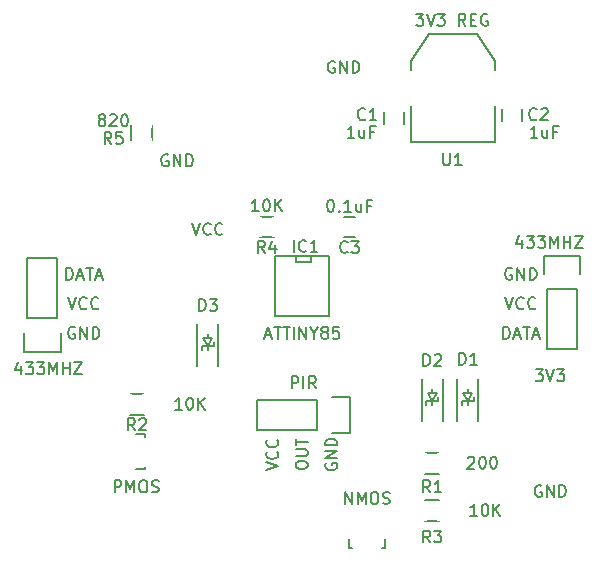
<source format=gto>
%TF.GenerationSoftware,KiCad,Pcbnew,4.0.1-stable*%
%TF.CreationDate,2016-03-27T18:54:42+01:00*%
%TF.ProjectId,rc_power_sockets,72635F706F7765725F736F636B657473,rev?*%
%TF.FileFunction,Legend,Top*%
%FSLAX46Y46*%
G04 Gerber Fmt 4.6, Leading zero omitted, Abs format (unit mm)*
G04 Created by KiCad (PCBNEW 4.0.1-stable) date 27/03/2016 18:54:42*
%MOMM*%
G01*
G04 APERTURE LIST*
%ADD10C,0.100000*%
%ADD11C,0.150000*%
%ADD12C,2.686000*%
%ADD13R,1.543000X0.908000*%
%ADD14R,4.057600X2.432000*%
%ADD15R,1.416000X2.432000*%
%ADD16C,6.800000*%
%ADD17R,1.200100X2.200860*%
%ADD18R,2.200860X1.200100*%
%ADD19R,2.127200X2.432000*%
%ADD20O,2.127200X2.432000*%
%ADD21R,2.432000X2.127200*%
%ADD22O,2.432000X2.127200*%
%ADD23R,1.650000X1.900000*%
%ADD24R,1.900000X1.650000*%
%ADD25R,1.900000X1.700000*%
%ADD26C,2.398980*%
%ADD27R,2.127200X2.127200*%
%ADD28O,2.127200X2.127200*%
%ADD29R,1.700000X1.900000*%
%ADD30R,1.620000X1.310000*%
%ADD31R,2.432000X2.432000*%
%ADD32O,2.432000X2.432000*%
%ADD33C,4.800000*%
G04 APERTURE END LIST*
D10*
D11*
X164761905Y-91052381D02*
X165380953Y-91052381D01*
X165047619Y-91433333D01*
X165190477Y-91433333D01*
X165285715Y-91480952D01*
X165333334Y-91528571D01*
X165380953Y-91623810D01*
X165380953Y-91861905D01*
X165333334Y-91957143D01*
X165285715Y-92004762D01*
X165190477Y-92052381D01*
X164904762Y-92052381D01*
X164809524Y-92004762D01*
X164761905Y-91957143D01*
X165666667Y-91052381D02*
X166000000Y-92052381D01*
X166333334Y-91052381D01*
X166571429Y-91052381D02*
X167190477Y-91052381D01*
X166857143Y-91433333D01*
X167000001Y-91433333D01*
X167095239Y-91480952D01*
X167142858Y-91528571D01*
X167190477Y-91623810D01*
X167190477Y-91861905D01*
X167142858Y-91957143D01*
X167095239Y-92004762D01*
X167000001Y-92052381D01*
X166714286Y-92052381D01*
X166619048Y-92004762D01*
X166571429Y-91957143D01*
X133638096Y-72900000D02*
X133542858Y-72852381D01*
X133400001Y-72852381D01*
X133257143Y-72900000D01*
X133161905Y-72995238D01*
X133114286Y-73090476D01*
X133066667Y-73280952D01*
X133066667Y-73423810D01*
X133114286Y-73614286D01*
X133161905Y-73709524D01*
X133257143Y-73804762D01*
X133400001Y-73852381D01*
X133495239Y-73852381D01*
X133638096Y-73804762D01*
X133685715Y-73757143D01*
X133685715Y-73423810D01*
X133495239Y-73423810D01*
X134114286Y-73852381D02*
X134114286Y-72852381D01*
X134685715Y-73852381D01*
X134685715Y-72852381D01*
X135161905Y-73852381D02*
X135161905Y-72852381D01*
X135400000Y-72852381D01*
X135542858Y-72900000D01*
X135638096Y-72995238D01*
X135685715Y-73090476D01*
X135733334Y-73280952D01*
X135733334Y-73423810D01*
X135685715Y-73614286D01*
X135638096Y-73709524D01*
X135542858Y-73804762D01*
X135400000Y-73852381D01*
X135161905Y-73852381D01*
X135666667Y-78652381D02*
X136000000Y-79652381D01*
X136333334Y-78652381D01*
X137238096Y-79557143D02*
X137190477Y-79604762D01*
X137047620Y-79652381D01*
X136952382Y-79652381D01*
X136809524Y-79604762D01*
X136714286Y-79509524D01*
X136666667Y-79414286D01*
X136619048Y-79223810D01*
X136619048Y-79080952D01*
X136666667Y-78890476D01*
X136714286Y-78795238D01*
X136809524Y-78700000D01*
X136952382Y-78652381D01*
X137047620Y-78652381D01*
X137190477Y-78700000D01*
X137238096Y-78747619D01*
X138238096Y-79557143D02*
X138190477Y-79604762D01*
X138047620Y-79652381D01*
X137952382Y-79652381D01*
X137809524Y-79604762D01*
X137714286Y-79509524D01*
X137666667Y-79414286D01*
X137619048Y-79223810D01*
X137619048Y-79080952D01*
X137666667Y-78890476D01*
X137714286Y-78795238D01*
X137809524Y-78700000D01*
X137952382Y-78652381D01*
X138047620Y-78652381D01*
X138190477Y-78700000D01*
X138238096Y-78747619D01*
X165238096Y-100900000D02*
X165142858Y-100852381D01*
X165000001Y-100852381D01*
X164857143Y-100900000D01*
X164761905Y-100995238D01*
X164714286Y-101090476D01*
X164666667Y-101280952D01*
X164666667Y-101423810D01*
X164714286Y-101614286D01*
X164761905Y-101709524D01*
X164857143Y-101804762D01*
X165000001Y-101852381D01*
X165095239Y-101852381D01*
X165238096Y-101804762D01*
X165285715Y-101757143D01*
X165285715Y-101423810D01*
X165095239Y-101423810D01*
X165714286Y-101852381D02*
X165714286Y-100852381D01*
X166285715Y-101852381D01*
X166285715Y-100852381D01*
X166761905Y-101852381D02*
X166761905Y-100852381D01*
X167000000Y-100852381D01*
X167142858Y-100900000D01*
X167238096Y-100995238D01*
X167285715Y-101090476D01*
X167333334Y-101280952D01*
X167333334Y-101423810D01*
X167285715Y-101614286D01*
X167238096Y-101709524D01*
X167142858Y-101804762D01*
X167000000Y-101852381D01*
X166761905Y-101852381D01*
X154628571Y-60952381D02*
X155247619Y-60952381D01*
X154914285Y-61333333D01*
X155057143Y-61333333D01*
X155152381Y-61380952D01*
X155200000Y-61428571D01*
X155247619Y-61523810D01*
X155247619Y-61761905D01*
X155200000Y-61857143D01*
X155152381Y-61904762D01*
X155057143Y-61952381D01*
X154771428Y-61952381D01*
X154676190Y-61904762D01*
X154628571Y-61857143D01*
X155533333Y-60952381D02*
X155866666Y-61952381D01*
X156200000Y-60952381D01*
X156438095Y-60952381D02*
X157057143Y-60952381D01*
X156723809Y-61333333D01*
X156866667Y-61333333D01*
X156961905Y-61380952D01*
X157009524Y-61428571D01*
X157057143Y-61523810D01*
X157057143Y-61761905D01*
X157009524Y-61857143D01*
X156961905Y-61904762D01*
X156866667Y-61952381D01*
X156580952Y-61952381D01*
X156485714Y-61904762D01*
X156438095Y-61857143D01*
X158819048Y-61952381D02*
X158485714Y-61476190D01*
X158247619Y-61952381D02*
X158247619Y-60952381D01*
X158628572Y-60952381D01*
X158723810Y-61000000D01*
X158771429Y-61047619D01*
X158819048Y-61142857D01*
X158819048Y-61285714D01*
X158771429Y-61380952D01*
X158723810Y-61428571D01*
X158628572Y-61476190D01*
X158247619Y-61476190D01*
X159247619Y-61428571D02*
X159580953Y-61428571D01*
X159723810Y-61952381D02*
X159247619Y-61952381D01*
X159247619Y-60952381D01*
X159723810Y-60952381D01*
X160676191Y-61000000D02*
X160580953Y-60952381D01*
X160438096Y-60952381D01*
X160295238Y-61000000D01*
X160200000Y-61095238D01*
X160152381Y-61190476D01*
X160104762Y-61380952D01*
X160104762Y-61523810D01*
X160152381Y-61714286D01*
X160200000Y-61809524D01*
X160295238Y-61904762D01*
X160438096Y-61952381D01*
X160533334Y-61952381D01*
X160676191Y-61904762D01*
X160723810Y-61857143D01*
X160723810Y-61523810D01*
X160533334Y-61523810D01*
X147738096Y-65000000D02*
X147642858Y-64952381D01*
X147500001Y-64952381D01*
X147357143Y-65000000D01*
X147261905Y-65095238D01*
X147214286Y-65190476D01*
X147166667Y-65380952D01*
X147166667Y-65523810D01*
X147214286Y-65714286D01*
X147261905Y-65809524D01*
X147357143Y-65904762D01*
X147500001Y-65952381D01*
X147595239Y-65952381D01*
X147738096Y-65904762D01*
X147785715Y-65857143D01*
X147785715Y-65523810D01*
X147595239Y-65523810D01*
X148214286Y-65952381D02*
X148214286Y-64952381D01*
X148785715Y-65952381D01*
X148785715Y-64952381D01*
X149261905Y-65952381D02*
X149261905Y-64952381D01*
X149500000Y-64952381D01*
X149642858Y-65000000D01*
X149738096Y-65095238D01*
X149785715Y-65190476D01*
X149833334Y-65380952D01*
X149833334Y-65523810D01*
X149785715Y-65714286D01*
X149738096Y-65809524D01*
X149642858Y-65904762D01*
X149500000Y-65952381D01*
X149261905Y-65952381D01*
X162738096Y-82500000D02*
X162642858Y-82452381D01*
X162500001Y-82452381D01*
X162357143Y-82500000D01*
X162261905Y-82595238D01*
X162214286Y-82690476D01*
X162166667Y-82880952D01*
X162166667Y-83023810D01*
X162214286Y-83214286D01*
X162261905Y-83309524D01*
X162357143Y-83404762D01*
X162500001Y-83452381D01*
X162595239Y-83452381D01*
X162738096Y-83404762D01*
X162785715Y-83357143D01*
X162785715Y-83023810D01*
X162595239Y-83023810D01*
X163214286Y-83452381D02*
X163214286Y-82452381D01*
X163785715Y-83452381D01*
X163785715Y-82452381D01*
X164261905Y-83452381D02*
X164261905Y-82452381D01*
X164500000Y-82452381D01*
X164642858Y-82500000D01*
X164738096Y-82595238D01*
X164785715Y-82690476D01*
X164833334Y-82880952D01*
X164833334Y-83023810D01*
X164785715Y-83214286D01*
X164738096Y-83309524D01*
X164642858Y-83404762D01*
X164500000Y-83452381D01*
X164261905Y-83452381D01*
X162166667Y-84952381D02*
X162500000Y-85952381D01*
X162833334Y-84952381D01*
X163738096Y-85857143D02*
X163690477Y-85904762D01*
X163547620Y-85952381D01*
X163452382Y-85952381D01*
X163309524Y-85904762D01*
X163214286Y-85809524D01*
X163166667Y-85714286D01*
X163119048Y-85523810D01*
X163119048Y-85380952D01*
X163166667Y-85190476D01*
X163214286Y-85095238D01*
X163309524Y-85000000D01*
X163452382Y-84952381D01*
X163547620Y-84952381D01*
X163690477Y-85000000D01*
X163738096Y-85047619D01*
X164738096Y-85857143D02*
X164690477Y-85904762D01*
X164547620Y-85952381D01*
X164452382Y-85952381D01*
X164309524Y-85904762D01*
X164214286Y-85809524D01*
X164166667Y-85714286D01*
X164119048Y-85523810D01*
X164119048Y-85380952D01*
X164166667Y-85190476D01*
X164214286Y-85095238D01*
X164309524Y-85000000D01*
X164452382Y-84952381D01*
X164547620Y-84952381D01*
X164690477Y-85000000D01*
X164738096Y-85047619D01*
X162000000Y-88452381D02*
X162000000Y-87452381D01*
X162238095Y-87452381D01*
X162380953Y-87500000D01*
X162476191Y-87595238D01*
X162523810Y-87690476D01*
X162571429Y-87880952D01*
X162571429Y-88023810D01*
X162523810Y-88214286D01*
X162476191Y-88309524D01*
X162380953Y-88404762D01*
X162238095Y-88452381D01*
X162000000Y-88452381D01*
X162952381Y-88166667D02*
X163428572Y-88166667D01*
X162857143Y-88452381D02*
X163190476Y-87452381D01*
X163523810Y-88452381D01*
X163714286Y-87452381D02*
X164285715Y-87452381D01*
X164000000Y-88452381D02*
X164000000Y-87452381D01*
X164571429Y-88166667D02*
X165047620Y-88166667D01*
X164476191Y-88452381D02*
X164809524Y-87452381D01*
X165142858Y-88452381D01*
X125000000Y-83452381D02*
X125000000Y-82452381D01*
X125238095Y-82452381D01*
X125380953Y-82500000D01*
X125476191Y-82595238D01*
X125523810Y-82690476D01*
X125571429Y-82880952D01*
X125571429Y-83023810D01*
X125523810Y-83214286D01*
X125476191Y-83309524D01*
X125380953Y-83404762D01*
X125238095Y-83452381D01*
X125000000Y-83452381D01*
X125952381Y-83166667D02*
X126428572Y-83166667D01*
X125857143Y-83452381D02*
X126190476Y-82452381D01*
X126523810Y-83452381D01*
X126714286Y-82452381D02*
X127285715Y-82452381D01*
X127000000Y-83452381D02*
X127000000Y-82452381D01*
X127571429Y-83166667D02*
X128047620Y-83166667D01*
X127476191Y-83452381D02*
X127809524Y-82452381D01*
X128142858Y-83452381D01*
X125738096Y-87500000D02*
X125642858Y-87452381D01*
X125500001Y-87452381D01*
X125357143Y-87500000D01*
X125261905Y-87595238D01*
X125214286Y-87690476D01*
X125166667Y-87880952D01*
X125166667Y-88023810D01*
X125214286Y-88214286D01*
X125261905Y-88309524D01*
X125357143Y-88404762D01*
X125500001Y-88452381D01*
X125595239Y-88452381D01*
X125738096Y-88404762D01*
X125785715Y-88357143D01*
X125785715Y-88023810D01*
X125595239Y-88023810D01*
X126214286Y-88452381D02*
X126214286Y-87452381D01*
X126785715Y-88452381D01*
X126785715Y-87452381D01*
X127261905Y-88452381D02*
X127261905Y-87452381D01*
X127500000Y-87452381D01*
X127642858Y-87500000D01*
X127738096Y-87595238D01*
X127785715Y-87690476D01*
X127833334Y-87880952D01*
X127833334Y-88023810D01*
X127785715Y-88214286D01*
X127738096Y-88309524D01*
X127642858Y-88404762D01*
X127500000Y-88452381D01*
X127261905Y-88452381D01*
X125166667Y-84952381D02*
X125500000Y-85952381D01*
X125833334Y-84952381D01*
X126738096Y-85857143D02*
X126690477Y-85904762D01*
X126547620Y-85952381D01*
X126452382Y-85952381D01*
X126309524Y-85904762D01*
X126214286Y-85809524D01*
X126166667Y-85714286D01*
X126119048Y-85523810D01*
X126119048Y-85380952D01*
X126166667Y-85190476D01*
X126214286Y-85095238D01*
X126309524Y-85000000D01*
X126452382Y-84952381D01*
X126547620Y-84952381D01*
X126690477Y-85000000D01*
X126738096Y-85047619D01*
X127738096Y-85857143D02*
X127690477Y-85904762D01*
X127547620Y-85952381D01*
X127452382Y-85952381D01*
X127309524Y-85904762D01*
X127214286Y-85809524D01*
X127166667Y-85714286D01*
X127119048Y-85523810D01*
X127119048Y-85380952D01*
X127166667Y-85190476D01*
X127214286Y-85095238D01*
X127309524Y-85000000D01*
X127452382Y-84952381D01*
X127547620Y-84952381D01*
X127690477Y-85000000D01*
X127738096Y-85047619D01*
X141952381Y-99583333D02*
X142952381Y-99250000D01*
X141952381Y-98916666D01*
X142857143Y-98011904D02*
X142904762Y-98059523D01*
X142952381Y-98202380D01*
X142952381Y-98297618D01*
X142904762Y-98440476D01*
X142809524Y-98535714D01*
X142714286Y-98583333D01*
X142523810Y-98630952D01*
X142380952Y-98630952D01*
X142190476Y-98583333D01*
X142095238Y-98535714D01*
X142000000Y-98440476D01*
X141952381Y-98297618D01*
X141952381Y-98202380D01*
X142000000Y-98059523D01*
X142047619Y-98011904D01*
X142857143Y-97011904D02*
X142904762Y-97059523D01*
X142952381Y-97202380D01*
X142952381Y-97297618D01*
X142904762Y-97440476D01*
X142809524Y-97535714D01*
X142714286Y-97583333D01*
X142523810Y-97630952D01*
X142380952Y-97630952D01*
X142190476Y-97583333D01*
X142095238Y-97535714D01*
X142000000Y-97440476D01*
X141952381Y-97297618D01*
X141952381Y-97202380D01*
X142000000Y-97059523D01*
X142047619Y-97011904D01*
X144452381Y-99250000D02*
X144452381Y-99059523D01*
X144500000Y-98964285D01*
X144595238Y-98869047D01*
X144785714Y-98821428D01*
X145119048Y-98821428D01*
X145309524Y-98869047D01*
X145404762Y-98964285D01*
X145452381Y-99059523D01*
X145452381Y-99250000D01*
X145404762Y-99345238D01*
X145309524Y-99440476D01*
X145119048Y-99488095D01*
X144785714Y-99488095D01*
X144595238Y-99440476D01*
X144500000Y-99345238D01*
X144452381Y-99250000D01*
X144452381Y-98392857D02*
X145261905Y-98392857D01*
X145357143Y-98345238D01*
X145404762Y-98297619D01*
X145452381Y-98202381D01*
X145452381Y-98011904D01*
X145404762Y-97916666D01*
X145357143Y-97869047D01*
X145261905Y-97821428D01*
X144452381Y-97821428D01*
X144452381Y-97488095D02*
X144452381Y-96916666D01*
X145452381Y-97202381D02*
X144452381Y-97202381D01*
X147000000Y-99011904D02*
X146952381Y-99107142D01*
X146952381Y-99249999D01*
X147000000Y-99392857D01*
X147095238Y-99488095D01*
X147190476Y-99535714D01*
X147380952Y-99583333D01*
X147523810Y-99583333D01*
X147714286Y-99535714D01*
X147809524Y-99488095D01*
X147904762Y-99392857D01*
X147952381Y-99249999D01*
X147952381Y-99154761D01*
X147904762Y-99011904D01*
X147857143Y-98964285D01*
X147523810Y-98964285D01*
X147523810Y-99154761D01*
X147952381Y-98535714D02*
X146952381Y-98535714D01*
X147952381Y-97964285D01*
X146952381Y-97964285D01*
X147952381Y-97488095D02*
X146952381Y-97488095D01*
X146952381Y-97250000D01*
X147000000Y-97107142D01*
X147095238Y-97011904D01*
X147190476Y-96964285D01*
X147380952Y-96916666D01*
X147523810Y-96916666D01*
X147714286Y-96964285D01*
X147809524Y-97011904D01*
X147904762Y-97107142D01*
X147952381Y-97250000D01*
X147952381Y-97488095D01*
X147286000Y-81460000D02*
X147286000Y-86540000D01*
X147286000Y-86540000D02*
X142714000Y-86540000D01*
X142714000Y-86540000D02*
X142714000Y-81460000D01*
X142714000Y-81460000D02*
X147286000Y-81460000D01*
X145762000Y-81460000D02*
X145762000Y-81968000D01*
X145762000Y-81968000D02*
X144492000Y-81968000D01*
X144492000Y-81968000D02*
X144492000Y-81460000D01*
X154194000Y-68774000D02*
X154194000Y-71822000D01*
X154194000Y-71822000D02*
X161306000Y-71822000D01*
X161306000Y-71822000D02*
X161306000Y-68774000D01*
X154194000Y-65726000D02*
X154194000Y-64964000D01*
X154194000Y-64964000D02*
X155718000Y-62678000D01*
X155718000Y-62678000D02*
X159782000Y-62678000D01*
X159782000Y-62678000D02*
X161306000Y-64964000D01*
X161306000Y-64964000D02*
X161306000Y-65726000D01*
X151999820Y-105449200D02*
X151999820Y-106150240D01*
X151999820Y-106150240D02*
X151750900Y-106150240D01*
X149200840Y-106150240D02*
X149000180Y-106150240D01*
X149000180Y-106150240D02*
X149000180Y-105449200D01*
X130949200Y-96500180D02*
X131650240Y-96500180D01*
X131650240Y-96500180D02*
X131650240Y-96749100D01*
X131650240Y-99299160D02*
X131650240Y-99499820D01*
X131650240Y-99499820D02*
X130949200Y-99499820D01*
X147500000Y-96450000D02*
X149050000Y-96450000D01*
X149050000Y-96450000D02*
X149050000Y-93350000D01*
X149050000Y-93350000D02*
X147500000Y-93350000D01*
X146230000Y-96170000D02*
X141150000Y-96170000D01*
X141150000Y-96170000D02*
X141150000Y-93630000D01*
X141150000Y-93630000D02*
X146230000Y-93630000D01*
X146230000Y-93630000D02*
X146230000Y-96170000D01*
X121450000Y-88000000D02*
X121450000Y-89550000D01*
X121450000Y-89550000D02*
X124550000Y-89550000D01*
X124550000Y-89550000D02*
X124550000Y-88000000D01*
X121730000Y-86730000D02*
X121730000Y-81650000D01*
X121730000Y-81650000D02*
X124270000Y-81650000D01*
X124270000Y-81650000D02*
X124270000Y-86730000D01*
X124270000Y-86730000D02*
X121730000Y-86730000D01*
X151900000Y-69250000D02*
X151900000Y-70250000D01*
X153600000Y-70250000D02*
X153600000Y-69250000D01*
X161900000Y-69000000D02*
X161900000Y-70000000D01*
X163600000Y-70000000D02*
X163600000Y-69000000D01*
X149500000Y-78150000D02*
X148500000Y-78150000D01*
X148500000Y-79850000D02*
X149500000Y-79850000D01*
X156600000Y-99875000D02*
X155400000Y-99875000D01*
X155400000Y-98125000D02*
X156600000Y-98125000D01*
X130400000Y-93125000D02*
X131600000Y-93125000D01*
X131600000Y-94875000D02*
X130400000Y-94875000D01*
X156600000Y-103875000D02*
X155400000Y-103875000D01*
X155400000Y-102125000D02*
X156600000Y-102125000D01*
X142600000Y-79875000D02*
X141400000Y-79875000D01*
X141400000Y-78125000D02*
X142600000Y-78125000D01*
X168550000Y-83000000D02*
X168550000Y-81450000D01*
X168550000Y-81450000D02*
X165450000Y-81450000D01*
X165450000Y-81450000D02*
X165450000Y-83000000D01*
X168270000Y-84270000D02*
X168270000Y-89350000D01*
X168270000Y-89350000D02*
X165730000Y-89350000D01*
X165730000Y-89350000D02*
X165730000Y-84270000D01*
X165730000Y-84270000D02*
X168270000Y-84270000D01*
X130525000Y-71600000D02*
X130525000Y-70400000D01*
X132275000Y-70400000D02*
X132275000Y-71600000D01*
X158500000Y-93700000D02*
X158500000Y-94100000D01*
X159500000Y-93700000D02*
X159500000Y-93400000D01*
X159000000Y-93082500D02*
X159000000Y-92701500D01*
X159000000Y-94098500D02*
X159000000Y-93717500D01*
X159000000Y-93717500D02*
X158619000Y-93082500D01*
X158619000Y-93082500D02*
X159381000Y-93082500D01*
X159381000Y-93082500D02*
X159000000Y-93717500D01*
X158492000Y-93717500D02*
X159508000Y-93717500D01*
X159900000Y-95400000D02*
X159900000Y-91860000D01*
X158100000Y-95400000D02*
X158100000Y-91860000D01*
X155500000Y-93700000D02*
X155500000Y-94100000D01*
X156500000Y-93700000D02*
X156500000Y-93400000D01*
X156000000Y-93082500D02*
X156000000Y-92701500D01*
X156000000Y-94098500D02*
X156000000Y-93717500D01*
X156000000Y-93717500D02*
X155619000Y-93082500D01*
X155619000Y-93082500D02*
X156381000Y-93082500D01*
X156381000Y-93082500D02*
X156000000Y-93717500D01*
X155492000Y-93717500D02*
X156508000Y-93717500D01*
X156900000Y-95400000D02*
X156900000Y-91860000D01*
X155100000Y-95400000D02*
X155100000Y-91860000D01*
X136500000Y-89050000D02*
X136500000Y-89450000D01*
X137500000Y-89050000D02*
X137500000Y-88750000D01*
X137000000Y-88432500D02*
X137000000Y-88051500D01*
X137000000Y-89448500D02*
X137000000Y-89067500D01*
X137000000Y-89067500D02*
X136619000Y-88432500D01*
X136619000Y-88432500D02*
X137381000Y-88432500D01*
X137381000Y-88432500D02*
X137000000Y-89067500D01*
X136492000Y-89067500D02*
X137508000Y-89067500D01*
X137900000Y-90750000D02*
X137900000Y-87210000D01*
X136100000Y-90750000D02*
X136100000Y-87210000D01*
X144273810Y-81102381D02*
X144273810Y-80102381D01*
X145321429Y-81007143D02*
X145273810Y-81054762D01*
X145130953Y-81102381D01*
X145035715Y-81102381D01*
X144892857Y-81054762D01*
X144797619Y-80959524D01*
X144750000Y-80864286D01*
X144702381Y-80673810D01*
X144702381Y-80530952D01*
X144750000Y-80340476D01*
X144797619Y-80245238D01*
X144892857Y-80150000D01*
X145035715Y-80102381D01*
X145130953Y-80102381D01*
X145273810Y-80150000D01*
X145321429Y-80197619D01*
X146273810Y-81102381D02*
X145702381Y-81102381D01*
X145988095Y-81102381D02*
X145988095Y-80102381D01*
X145892857Y-80245238D01*
X145797619Y-80340476D01*
X145702381Y-80388095D01*
X141857143Y-88166667D02*
X142333334Y-88166667D01*
X141761905Y-88452381D02*
X142095238Y-87452381D01*
X142428572Y-88452381D01*
X142619048Y-87452381D02*
X143190477Y-87452381D01*
X142904762Y-88452381D02*
X142904762Y-87452381D01*
X143380953Y-87452381D02*
X143952382Y-87452381D01*
X143666667Y-88452381D02*
X143666667Y-87452381D01*
X144285715Y-88452381D02*
X144285715Y-87452381D01*
X144761905Y-88452381D02*
X144761905Y-87452381D01*
X145333334Y-88452381D01*
X145333334Y-87452381D01*
X146000000Y-87976190D02*
X146000000Y-88452381D01*
X145666667Y-87452381D02*
X146000000Y-87976190D01*
X146333334Y-87452381D01*
X146809524Y-87880952D02*
X146714286Y-87833333D01*
X146666667Y-87785714D01*
X146619048Y-87690476D01*
X146619048Y-87642857D01*
X146666667Y-87547619D01*
X146714286Y-87500000D01*
X146809524Y-87452381D01*
X147000001Y-87452381D01*
X147095239Y-87500000D01*
X147142858Y-87547619D01*
X147190477Y-87642857D01*
X147190477Y-87690476D01*
X147142858Y-87785714D01*
X147095239Y-87833333D01*
X147000001Y-87880952D01*
X146809524Y-87880952D01*
X146714286Y-87928571D01*
X146666667Y-87976190D01*
X146619048Y-88071429D01*
X146619048Y-88261905D01*
X146666667Y-88357143D01*
X146714286Y-88404762D01*
X146809524Y-88452381D01*
X147000001Y-88452381D01*
X147095239Y-88404762D01*
X147142858Y-88357143D01*
X147190477Y-88261905D01*
X147190477Y-88071429D01*
X147142858Y-87976190D01*
X147095239Y-87928571D01*
X147000001Y-87880952D01*
X148095239Y-87452381D02*
X147619048Y-87452381D01*
X147571429Y-87928571D01*
X147619048Y-87880952D01*
X147714286Y-87833333D01*
X147952382Y-87833333D01*
X148047620Y-87880952D01*
X148095239Y-87928571D01*
X148142858Y-88023810D01*
X148142858Y-88261905D01*
X148095239Y-88357143D01*
X148047620Y-88404762D01*
X147952382Y-88452381D01*
X147714286Y-88452381D01*
X147619048Y-88404762D01*
X147571429Y-88357143D01*
X156938095Y-72752381D02*
X156938095Y-73561905D01*
X156985714Y-73657143D01*
X157033333Y-73704762D01*
X157128571Y-73752381D01*
X157319048Y-73752381D01*
X157414286Y-73704762D01*
X157461905Y-73657143D01*
X157509524Y-73561905D01*
X157509524Y-72752381D01*
X158509524Y-73752381D02*
X157938095Y-73752381D01*
X158223809Y-73752381D02*
X158223809Y-72752381D01*
X158128571Y-72895238D01*
X158033333Y-72990476D01*
X157938095Y-73038095D01*
X148642857Y-102452381D02*
X148642857Y-101452381D01*
X149214286Y-102452381D01*
X149214286Y-101452381D01*
X149690476Y-102452381D02*
X149690476Y-101452381D01*
X150023810Y-102166667D01*
X150357143Y-101452381D01*
X150357143Y-102452381D01*
X151023809Y-101452381D02*
X151214286Y-101452381D01*
X151309524Y-101500000D01*
X151404762Y-101595238D01*
X151452381Y-101785714D01*
X151452381Y-102119048D01*
X151404762Y-102309524D01*
X151309524Y-102404762D01*
X151214286Y-102452381D01*
X151023809Y-102452381D01*
X150928571Y-102404762D01*
X150833333Y-102309524D01*
X150785714Y-102119048D01*
X150785714Y-101785714D01*
X150833333Y-101595238D01*
X150928571Y-101500000D01*
X151023809Y-101452381D01*
X151833333Y-102404762D02*
X151976190Y-102452381D01*
X152214286Y-102452381D01*
X152309524Y-102404762D01*
X152357143Y-102357143D01*
X152404762Y-102261905D01*
X152404762Y-102166667D01*
X152357143Y-102071429D01*
X152309524Y-102023810D01*
X152214286Y-101976190D01*
X152023809Y-101928571D01*
X151928571Y-101880952D01*
X151880952Y-101833333D01*
X151833333Y-101738095D01*
X151833333Y-101642857D01*
X151880952Y-101547619D01*
X151928571Y-101500000D01*
X152023809Y-101452381D01*
X152261905Y-101452381D01*
X152404762Y-101500000D01*
X129116667Y-101452381D02*
X129116667Y-100452381D01*
X129497620Y-100452381D01*
X129592858Y-100500000D01*
X129640477Y-100547619D01*
X129688096Y-100642857D01*
X129688096Y-100785714D01*
X129640477Y-100880952D01*
X129592858Y-100928571D01*
X129497620Y-100976190D01*
X129116667Y-100976190D01*
X130116667Y-101452381D02*
X130116667Y-100452381D01*
X130450001Y-101166667D01*
X130783334Y-100452381D01*
X130783334Y-101452381D01*
X131450000Y-100452381D02*
X131640477Y-100452381D01*
X131735715Y-100500000D01*
X131830953Y-100595238D01*
X131878572Y-100785714D01*
X131878572Y-101119048D01*
X131830953Y-101309524D01*
X131735715Y-101404762D01*
X131640477Y-101452381D01*
X131450000Y-101452381D01*
X131354762Y-101404762D01*
X131259524Y-101309524D01*
X131211905Y-101119048D01*
X131211905Y-100785714D01*
X131259524Y-100595238D01*
X131354762Y-100500000D01*
X131450000Y-100452381D01*
X132259524Y-101404762D02*
X132402381Y-101452381D01*
X132640477Y-101452381D01*
X132735715Y-101404762D01*
X132783334Y-101357143D01*
X132830953Y-101261905D01*
X132830953Y-101166667D01*
X132783334Y-101071429D01*
X132735715Y-101023810D01*
X132640477Y-100976190D01*
X132450000Y-100928571D01*
X132354762Y-100880952D01*
X132307143Y-100833333D01*
X132259524Y-100738095D01*
X132259524Y-100642857D01*
X132307143Y-100547619D01*
X132354762Y-100500000D01*
X132450000Y-100452381D01*
X132688096Y-100452381D01*
X132830953Y-100500000D01*
X144100000Y-92652381D02*
X144100000Y-91652381D01*
X144480953Y-91652381D01*
X144576191Y-91700000D01*
X144623810Y-91747619D01*
X144671429Y-91842857D01*
X144671429Y-91985714D01*
X144623810Y-92080952D01*
X144576191Y-92128571D01*
X144480953Y-92176190D01*
X144100000Y-92176190D01*
X145100000Y-92652381D02*
X145100000Y-91652381D01*
X146147619Y-92652381D02*
X145814285Y-92176190D01*
X145576190Y-92652381D02*
X145576190Y-91652381D01*
X145957143Y-91652381D01*
X146052381Y-91700000D01*
X146100000Y-91747619D01*
X146147619Y-91842857D01*
X146147619Y-91985714D01*
X146100000Y-92080952D01*
X146052381Y-92128571D01*
X145957143Y-92176190D01*
X145576190Y-92176190D01*
X121166667Y-90785714D02*
X121166667Y-91452381D01*
X120928571Y-90404762D02*
X120690476Y-91119048D01*
X121309524Y-91119048D01*
X121595238Y-90452381D02*
X122214286Y-90452381D01*
X121880952Y-90833333D01*
X122023810Y-90833333D01*
X122119048Y-90880952D01*
X122166667Y-90928571D01*
X122214286Y-91023810D01*
X122214286Y-91261905D01*
X122166667Y-91357143D01*
X122119048Y-91404762D01*
X122023810Y-91452381D01*
X121738095Y-91452381D01*
X121642857Y-91404762D01*
X121595238Y-91357143D01*
X122547619Y-90452381D02*
X123166667Y-90452381D01*
X122833333Y-90833333D01*
X122976191Y-90833333D01*
X123071429Y-90880952D01*
X123119048Y-90928571D01*
X123166667Y-91023810D01*
X123166667Y-91261905D01*
X123119048Y-91357143D01*
X123071429Y-91404762D01*
X122976191Y-91452381D01*
X122690476Y-91452381D01*
X122595238Y-91404762D01*
X122547619Y-91357143D01*
X123595238Y-91452381D02*
X123595238Y-90452381D01*
X123928572Y-91166667D01*
X124261905Y-90452381D01*
X124261905Y-91452381D01*
X124738095Y-91452381D02*
X124738095Y-90452381D01*
X124738095Y-90928571D02*
X125309524Y-90928571D01*
X125309524Y-91452381D02*
X125309524Y-90452381D01*
X125690476Y-90452381D02*
X126357143Y-90452381D01*
X125690476Y-91452381D01*
X126357143Y-91452381D01*
X150333334Y-69857143D02*
X150285715Y-69904762D01*
X150142858Y-69952381D01*
X150047620Y-69952381D01*
X149904762Y-69904762D01*
X149809524Y-69809524D01*
X149761905Y-69714286D01*
X149714286Y-69523810D01*
X149714286Y-69380952D01*
X149761905Y-69190476D01*
X149809524Y-69095238D01*
X149904762Y-69000000D01*
X150047620Y-68952381D01*
X150142858Y-68952381D01*
X150285715Y-69000000D01*
X150333334Y-69047619D01*
X151285715Y-69952381D02*
X150714286Y-69952381D01*
X151000000Y-69952381D02*
X151000000Y-68952381D01*
X150904762Y-69095238D01*
X150809524Y-69190476D01*
X150714286Y-69238095D01*
X149404762Y-71452381D02*
X148833333Y-71452381D01*
X149119047Y-71452381D02*
X149119047Y-70452381D01*
X149023809Y-70595238D01*
X148928571Y-70690476D01*
X148833333Y-70738095D01*
X150261905Y-70785714D02*
X150261905Y-71452381D01*
X149833333Y-70785714D02*
X149833333Y-71309524D01*
X149880952Y-71404762D01*
X149976190Y-71452381D01*
X150119048Y-71452381D01*
X150214286Y-71404762D01*
X150261905Y-71357143D01*
X151071429Y-70928571D02*
X150738095Y-70928571D01*
X150738095Y-71452381D02*
X150738095Y-70452381D01*
X151214286Y-70452381D01*
X164833334Y-69857143D02*
X164785715Y-69904762D01*
X164642858Y-69952381D01*
X164547620Y-69952381D01*
X164404762Y-69904762D01*
X164309524Y-69809524D01*
X164261905Y-69714286D01*
X164214286Y-69523810D01*
X164214286Y-69380952D01*
X164261905Y-69190476D01*
X164309524Y-69095238D01*
X164404762Y-69000000D01*
X164547620Y-68952381D01*
X164642858Y-68952381D01*
X164785715Y-69000000D01*
X164833334Y-69047619D01*
X165214286Y-69047619D02*
X165261905Y-69000000D01*
X165357143Y-68952381D01*
X165595239Y-68952381D01*
X165690477Y-69000000D01*
X165738096Y-69047619D01*
X165785715Y-69142857D01*
X165785715Y-69238095D01*
X165738096Y-69380952D01*
X165166667Y-69952381D01*
X165785715Y-69952381D01*
X164904762Y-71452381D02*
X164333333Y-71452381D01*
X164619047Y-71452381D02*
X164619047Y-70452381D01*
X164523809Y-70595238D01*
X164428571Y-70690476D01*
X164333333Y-70738095D01*
X165761905Y-70785714D02*
X165761905Y-71452381D01*
X165333333Y-70785714D02*
X165333333Y-71309524D01*
X165380952Y-71404762D01*
X165476190Y-71452381D01*
X165619048Y-71452381D01*
X165714286Y-71404762D01*
X165761905Y-71357143D01*
X166571429Y-70928571D02*
X166238095Y-70928571D01*
X166238095Y-71452381D02*
X166238095Y-70452381D01*
X166714286Y-70452381D01*
X148833334Y-81107143D02*
X148785715Y-81154762D01*
X148642858Y-81202381D01*
X148547620Y-81202381D01*
X148404762Y-81154762D01*
X148309524Y-81059524D01*
X148261905Y-80964286D01*
X148214286Y-80773810D01*
X148214286Y-80630952D01*
X148261905Y-80440476D01*
X148309524Y-80345238D01*
X148404762Y-80250000D01*
X148547620Y-80202381D01*
X148642858Y-80202381D01*
X148785715Y-80250000D01*
X148833334Y-80297619D01*
X149166667Y-80202381D02*
X149785715Y-80202381D01*
X149452381Y-80583333D01*
X149595239Y-80583333D01*
X149690477Y-80630952D01*
X149738096Y-80678571D01*
X149785715Y-80773810D01*
X149785715Y-81011905D01*
X149738096Y-81107143D01*
X149690477Y-81154762D01*
X149595239Y-81202381D01*
X149309524Y-81202381D01*
X149214286Y-81154762D01*
X149166667Y-81107143D01*
X147357143Y-76702381D02*
X147452382Y-76702381D01*
X147547620Y-76750000D01*
X147595239Y-76797619D01*
X147642858Y-76892857D01*
X147690477Y-77083333D01*
X147690477Y-77321429D01*
X147642858Y-77511905D01*
X147595239Y-77607143D01*
X147547620Y-77654762D01*
X147452382Y-77702381D01*
X147357143Y-77702381D01*
X147261905Y-77654762D01*
X147214286Y-77607143D01*
X147166667Y-77511905D01*
X147119048Y-77321429D01*
X147119048Y-77083333D01*
X147166667Y-76892857D01*
X147214286Y-76797619D01*
X147261905Y-76750000D01*
X147357143Y-76702381D01*
X148119048Y-77607143D02*
X148166667Y-77654762D01*
X148119048Y-77702381D01*
X148071429Y-77654762D01*
X148119048Y-77607143D01*
X148119048Y-77702381D01*
X149119048Y-77702381D02*
X148547619Y-77702381D01*
X148833333Y-77702381D02*
X148833333Y-76702381D01*
X148738095Y-76845238D01*
X148642857Y-76940476D01*
X148547619Y-76988095D01*
X149976191Y-77035714D02*
X149976191Y-77702381D01*
X149547619Y-77035714D02*
X149547619Y-77559524D01*
X149595238Y-77654762D01*
X149690476Y-77702381D01*
X149833334Y-77702381D01*
X149928572Y-77654762D01*
X149976191Y-77607143D01*
X150785715Y-77178571D02*
X150452381Y-77178571D01*
X150452381Y-77702381D02*
X150452381Y-76702381D01*
X150928572Y-76702381D01*
X155833334Y-101452381D02*
X155500000Y-100976190D01*
X155261905Y-101452381D02*
X155261905Y-100452381D01*
X155642858Y-100452381D01*
X155738096Y-100500000D01*
X155785715Y-100547619D01*
X155833334Y-100642857D01*
X155833334Y-100785714D01*
X155785715Y-100880952D01*
X155738096Y-100928571D01*
X155642858Y-100976190D01*
X155261905Y-100976190D01*
X156785715Y-101452381D02*
X156214286Y-101452381D01*
X156500000Y-101452381D02*
X156500000Y-100452381D01*
X156404762Y-100595238D01*
X156309524Y-100690476D01*
X156214286Y-100738095D01*
X159011905Y-98547619D02*
X159059524Y-98500000D01*
X159154762Y-98452381D01*
X159392858Y-98452381D01*
X159488096Y-98500000D01*
X159535715Y-98547619D01*
X159583334Y-98642857D01*
X159583334Y-98738095D01*
X159535715Y-98880952D01*
X158964286Y-99452381D01*
X159583334Y-99452381D01*
X160202381Y-98452381D02*
X160297620Y-98452381D01*
X160392858Y-98500000D01*
X160440477Y-98547619D01*
X160488096Y-98642857D01*
X160535715Y-98833333D01*
X160535715Y-99071429D01*
X160488096Y-99261905D01*
X160440477Y-99357143D01*
X160392858Y-99404762D01*
X160297620Y-99452381D01*
X160202381Y-99452381D01*
X160107143Y-99404762D01*
X160059524Y-99357143D01*
X160011905Y-99261905D01*
X159964286Y-99071429D01*
X159964286Y-98833333D01*
X160011905Y-98642857D01*
X160059524Y-98547619D01*
X160107143Y-98500000D01*
X160202381Y-98452381D01*
X161154762Y-98452381D02*
X161250001Y-98452381D01*
X161345239Y-98500000D01*
X161392858Y-98547619D01*
X161440477Y-98642857D01*
X161488096Y-98833333D01*
X161488096Y-99071429D01*
X161440477Y-99261905D01*
X161392858Y-99357143D01*
X161345239Y-99404762D01*
X161250001Y-99452381D01*
X161154762Y-99452381D01*
X161059524Y-99404762D01*
X161011905Y-99357143D01*
X160964286Y-99261905D01*
X160916667Y-99071429D01*
X160916667Y-98833333D01*
X160964286Y-98642857D01*
X161011905Y-98547619D01*
X161059524Y-98500000D01*
X161154762Y-98452381D01*
X130833334Y-96202381D02*
X130500000Y-95726190D01*
X130261905Y-96202381D02*
X130261905Y-95202381D01*
X130642858Y-95202381D01*
X130738096Y-95250000D01*
X130785715Y-95297619D01*
X130833334Y-95392857D01*
X130833334Y-95535714D01*
X130785715Y-95630952D01*
X130738096Y-95678571D01*
X130642858Y-95726190D01*
X130261905Y-95726190D01*
X131214286Y-95297619D02*
X131261905Y-95250000D01*
X131357143Y-95202381D01*
X131595239Y-95202381D01*
X131690477Y-95250000D01*
X131738096Y-95297619D01*
X131785715Y-95392857D01*
X131785715Y-95488095D01*
X131738096Y-95630952D01*
X131166667Y-96202381D01*
X131785715Y-96202381D01*
X134809524Y-94452381D02*
X134238095Y-94452381D01*
X134523809Y-94452381D02*
X134523809Y-93452381D01*
X134428571Y-93595238D01*
X134333333Y-93690476D01*
X134238095Y-93738095D01*
X135428571Y-93452381D02*
X135523810Y-93452381D01*
X135619048Y-93500000D01*
X135666667Y-93547619D01*
X135714286Y-93642857D01*
X135761905Y-93833333D01*
X135761905Y-94071429D01*
X135714286Y-94261905D01*
X135666667Y-94357143D01*
X135619048Y-94404762D01*
X135523810Y-94452381D01*
X135428571Y-94452381D01*
X135333333Y-94404762D01*
X135285714Y-94357143D01*
X135238095Y-94261905D01*
X135190476Y-94071429D01*
X135190476Y-93833333D01*
X135238095Y-93642857D01*
X135285714Y-93547619D01*
X135333333Y-93500000D01*
X135428571Y-93452381D01*
X136190476Y-94452381D02*
X136190476Y-93452381D01*
X136761905Y-94452381D02*
X136333333Y-93880952D01*
X136761905Y-93452381D02*
X136190476Y-94023810D01*
X155833334Y-105702381D02*
X155500000Y-105226190D01*
X155261905Y-105702381D02*
X155261905Y-104702381D01*
X155642858Y-104702381D01*
X155738096Y-104750000D01*
X155785715Y-104797619D01*
X155833334Y-104892857D01*
X155833334Y-105035714D01*
X155785715Y-105130952D01*
X155738096Y-105178571D01*
X155642858Y-105226190D01*
X155261905Y-105226190D01*
X156166667Y-104702381D02*
X156785715Y-104702381D01*
X156452381Y-105083333D01*
X156595239Y-105083333D01*
X156690477Y-105130952D01*
X156738096Y-105178571D01*
X156785715Y-105273810D01*
X156785715Y-105511905D01*
X156738096Y-105607143D01*
X156690477Y-105654762D01*
X156595239Y-105702381D01*
X156309524Y-105702381D01*
X156214286Y-105654762D01*
X156166667Y-105607143D01*
X159809524Y-103452381D02*
X159238095Y-103452381D01*
X159523809Y-103452381D02*
X159523809Y-102452381D01*
X159428571Y-102595238D01*
X159333333Y-102690476D01*
X159238095Y-102738095D01*
X160428571Y-102452381D02*
X160523810Y-102452381D01*
X160619048Y-102500000D01*
X160666667Y-102547619D01*
X160714286Y-102642857D01*
X160761905Y-102833333D01*
X160761905Y-103071429D01*
X160714286Y-103261905D01*
X160666667Y-103357143D01*
X160619048Y-103404762D01*
X160523810Y-103452381D01*
X160428571Y-103452381D01*
X160333333Y-103404762D01*
X160285714Y-103357143D01*
X160238095Y-103261905D01*
X160190476Y-103071429D01*
X160190476Y-102833333D01*
X160238095Y-102642857D01*
X160285714Y-102547619D01*
X160333333Y-102500000D01*
X160428571Y-102452381D01*
X161190476Y-103452381D02*
X161190476Y-102452381D01*
X161761905Y-103452381D02*
X161333333Y-102880952D01*
X161761905Y-102452381D02*
X161190476Y-103023810D01*
X141833334Y-81202381D02*
X141500000Y-80726190D01*
X141261905Y-81202381D02*
X141261905Y-80202381D01*
X141642858Y-80202381D01*
X141738096Y-80250000D01*
X141785715Y-80297619D01*
X141833334Y-80392857D01*
X141833334Y-80535714D01*
X141785715Y-80630952D01*
X141738096Y-80678571D01*
X141642858Y-80726190D01*
X141261905Y-80726190D01*
X142690477Y-80535714D02*
X142690477Y-81202381D01*
X142452381Y-80154762D02*
X142214286Y-80869048D01*
X142833334Y-80869048D01*
X141309524Y-77652381D02*
X140738095Y-77652381D01*
X141023809Y-77652381D02*
X141023809Y-76652381D01*
X140928571Y-76795238D01*
X140833333Y-76890476D01*
X140738095Y-76938095D01*
X141928571Y-76652381D02*
X142023810Y-76652381D01*
X142119048Y-76700000D01*
X142166667Y-76747619D01*
X142214286Y-76842857D01*
X142261905Y-77033333D01*
X142261905Y-77271429D01*
X142214286Y-77461905D01*
X142166667Y-77557143D01*
X142119048Y-77604762D01*
X142023810Y-77652381D01*
X141928571Y-77652381D01*
X141833333Y-77604762D01*
X141785714Y-77557143D01*
X141738095Y-77461905D01*
X141690476Y-77271429D01*
X141690476Y-77033333D01*
X141738095Y-76842857D01*
X141785714Y-76747619D01*
X141833333Y-76700000D01*
X141928571Y-76652381D01*
X142690476Y-77652381D02*
X142690476Y-76652381D01*
X143261905Y-77652381D02*
X142833333Y-77080952D01*
X143261905Y-76652381D02*
X142690476Y-77223810D01*
X163566667Y-80085714D02*
X163566667Y-80752381D01*
X163328571Y-79704762D02*
X163090476Y-80419048D01*
X163709524Y-80419048D01*
X163995238Y-79752381D02*
X164614286Y-79752381D01*
X164280952Y-80133333D01*
X164423810Y-80133333D01*
X164519048Y-80180952D01*
X164566667Y-80228571D01*
X164614286Y-80323810D01*
X164614286Y-80561905D01*
X164566667Y-80657143D01*
X164519048Y-80704762D01*
X164423810Y-80752381D01*
X164138095Y-80752381D01*
X164042857Y-80704762D01*
X163995238Y-80657143D01*
X164947619Y-79752381D02*
X165566667Y-79752381D01*
X165233333Y-80133333D01*
X165376191Y-80133333D01*
X165471429Y-80180952D01*
X165519048Y-80228571D01*
X165566667Y-80323810D01*
X165566667Y-80561905D01*
X165519048Y-80657143D01*
X165471429Y-80704762D01*
X165376191Y-80752381D01*
X165090476Y-80752381D01*
X164995238Y-80704762D01*
X164947619Y-80657143D01*
X165995238Y-80752381D02*
X165995238Y-79752381D01*
X166328572Y-80466667D01*
X166661905Y-79752381D01*
X166661905Y-80752381D01*
X167138095Y-80752381D02*
X167138095Y-79752381D01*
X167138095Y-80228571D02*
X167709524Y-80228571D01*
X167709524Y-80752381D02*
X167709524Y-79752381D01*
X168090476Y-79752381D02*
X168757143Y-79752381D01*
X168090476Y-80752381D01*
X168757143Y-80752381D01*
X128833334Y-71952381D02*
X128500000Y-71476190D01*
X128261905Y-71952381D02*
X128261905Y-70952381D01*
X128642858Y-70952381D01*
X128738096Y-71000000D01*
X128785715Y-71047619D01*
X128833334Y-71142857D01*
X128833334Y-71285714D01*
X128785715Y-71380952D01*
X128738096Y-71428571D01*
X128642858Y-71476190D01*
X128261905Y-71476190D01*
X129738096Y-70952381D02*
X129261905Y-70952381D01*
X129214286Y-71428571D01*
X129261905Y-71380952D01*
X129357143Y-71333333D01*
X129595239Y-71333333D01*
X129690477Y-71380952D01*
X129738096Y-71428571D01*
X129785715Y-71523810D01*
X129785715Y-71761905D01*
X129738096Y-71857143D01*
X129690477Y-71904762D01*
X129595239Y-71952381D01*
X129357143Y-71952381D01*
X129261905Y-71904762D01*
X129214286Y-71857143D01*
X127952381Y-69880952D02*
X127857143Y-69833333D01*
X127809524Y-69785714D01*
X127761905Y-69690476D01*
X127761905Y-69642857D01*
X127809524Y-69547619D01*
X127857143Y-69500000D01*
X127952381Y-69452381D01*
X128142858Y-69452381D01*
X128238096Y-69500000D01*
X128285715Y-69547619D01*
X128333334Y-69642857D01*
X128333334Y-69690476D01*
X128285715Y-69785714D01*
X128238096Y-69833333D01*
X128142858Y-69880952D01*
X127952381Y-69880952D01*
X127857143Y-69928571D01*
X127809524Y-69976190D01*
X127761905Y-70071429D01*
X127761905Y-70261905D01*
X127809524Y-70357143D01*
X127857143Y-70404762D01*
X127952381Y-70452381D01*
X128142858Y-70452381D01*
X128238096Y-70404762D01*
X128285715Y-70357143D01*
X128333334Y-70261905D01*
X128333334Y-70071429D01*
X128285715Y-69976190D01*
X128238096Y-69928571D01*
X128142858Y-69880952D01*
X128714286Y-69547619D02*
X128761905Y-69500000D01*
X128857143Y-69452381D01*
X129095239Y-69452381D01*
X129190477Y-69500000D01*
X129238096Y-69547619D01*
X129285715Y-69642857D01*
X129285715Y-69738095D01*
X129238096Y-69880952D01*
X128666667Y-70452381D01*
X129285715Y-70452381D01*
X129904762Y-69452381D02*
X130000001Y-69452381D01*
X130095239Y-69500000D01*
X130142858Y-69547619D01*
X130190477Y-69642857D01*
X130238096Y-69833333D01*
X130238096Y-70071429D01*
X130190477Y-70261905D01*
X130142858Y-70357143D01*
X130095239Y-70404762D01*
X130000001Y-70452381D01*
X129904762Y-70452381D01*
X129809524Y-70404762D01*
X129761905Y-70357143D01*
X129714286Y-70261905D01*
X129666667Y-70071429D01*
X129666667Y-69833333D01*
X129714286Y-69642857D01*
X129761905Y-69547619D01*
X129809524Y-69500000D01*
X129904762Y-69452381D01*
X158261905Y-90652381D02*
X158261905Y-89652381D01*
X158500000Y-89652381D01*
X158642858Y-89700000D01*
X158738096Y-89795238D01*
X158785715Y-89890476D01*
X158833334Y-90080952D01*
X158833334Y-90223810D01*
X158785715Y-90414286D01*
X158738096Y-90509524D01*
X158642858Y-90604762D01*
X158500000Y-90652381D01*
X158261905Y-90652381D01*
X159785715Y-90652381D02*
X159214286Y-90652381D01*
X159500000Y-90652381D02*
X159500000Y-89652381D01*
X159404762Y-89795238D01*
X159309524Y-89890476D01*
X159214286Y-89938095D01*
X155261905Y-90752381D02*
X155261905Y-89752381D01*
X155500000Y-89752381D01*
X155642858Y-89800000D01*
X155738096Y-89895238D01*
X155785715Y-89990476D01*
X155833334Y-90180952D01*
X155833334Y-90323810D01*
X155785715Y-90514286D01*
X155738096Y-90609524D01*
X155642858Y-90704762D01*
X155500000Y-90752381D01*
X155261905Y-90752381D01*
X156214286Y-89847619D02*
X156261905Y-89800000D01*
X156357143Y-89752381D01*
X156595239Y-89752381D01*
X156690477Y-89800000D01*
X156738096Y-89847619D01*
X156785715Y-89942857D01*
X156785715Y-90038095D01*
X156738096Y-90180952D01*
X156166667Y-90752381D01*
X156785715Y-90752381D01*
X136261905Y-86102381D02*
X136261905Y-85102381D01*
X136500000Y-85102381D01*
X136642858Y-85150000D01*
X136738096Y-85245238D01*
X136785715Y-85340476D01*
X136833334Y-85530952D01*
X136833334Y-85673810D01*
X136785715Y-85864286D01*
X136738096Y-85959524D01*
X136642858Y-86054762D01*
X136500000Y-86102381D01*
X136261905Y-86102381D01*
X137166667Y-85102381D02*
X137785715Y-85102381D01*
X137452381Y-85483333D01*
X137595239Y-85483333D01*
X137690477Y-85530952D01*
X137738096Y-85578571D01*
X137785715Y-85673810D01*
X137785715Y-85911905D01*
X137738096Y-86007143D01*
X137690477Y-86054762D01*
X137595239Y-86102381D01*
X137309524Y-86102381D01*
X137214286Y-86054762D01*
X137166667Y-86007143D01*
%LPC*%
D12*
X152000000Y-65380000D03*
X152000000Y-88240000D03*
D13*
X148175000Y-82095000D03*
X148175000Y-83365000D03*
X148175000Y-84635000D03*
X148175000Y-85905000D03*
X141825000Y-85905000D03*
X141825000Y-84635000D03*
X141825000Y-83365000D03*
X141825000Y-82095000D03*
D12*
X137000000Y-104620000D03*
X137000000Y-81760000D03*
D14*
X157750000Y-63948000D03*
D15*
X157750000Y-70552000D03*
X160036000Y-70552000D03*
X155464000Y-70552000D03*
D16*
X166000000Y-64000000D03*
D17*
X151450000Y-103998860D03*
X149550000Y-103998860D03*
X150500000Y-107001140D03*
D18*
X129498860Y-97050000D03*
X129498860Y-98950000D03*
X132501140Y-98000000D03*
D19*
X147500000Y-94900000D03*
D20*
X144960000Y-94900000D03*
X142420000Y-94900000D03*
D21*
X123000000Y-88000000D03*
D22*
X123000000Y-85460000D03*
X123000000Y-82920000D03*
D23*
X152750000Y-71000000D03*
X152750000Y-68500000D03*
X162750000Y-70750000D03*
X162750000Y-68250000D03*
D24*
X147750000Y-79000000D03*
X150250000Y-79000000D03*
D25*
X154650000Y-99000000D03*
X157350000Y-99000000D03*
X132350000Y-94000000D03*
X129650000Y-94000000D03*
X154650000Y-103000000D03*
X157350000Y-103000000D03*
X140650000Y-79000000D03*
X143350000Y-79000000D03*
D26*
X166000000Y-96460000D03*
X166000000Y-93920000D03*
X166000000Y-99000000D03*
D27*
X138500000Y-66600000D03*
D28*
X138500000Y-64060000D03*
X135960000Y-66600000D03*
X135960000Y-64060000D03*
X133420000Y-66600000D03*
X133420000Y-64060000D03*
D21*
X167000000Y-83000000D03*
D22*
X167000000Y-85540000D03*
X167000000Y-88080000D03*
D16*
X166000000Y-106000000D03*
X124000000Y-106000000D03*
X124000000Y-64000000D03*
D29*
X131400000Y-69650000D03*
X131400000Y-72350000D03*
D30*
X159000000Y-95035000D03*
X159000000Y-91765000D03*
X156000000Y-95035000D03*
X156000000Y-91765000D03*
X137000000Y-90385000D03*
X137000000Y-87115000D03*
D31*
X134500000Y-75900000D03*
D32*
X137040000Y-75900000D03*
D33*
X130500000Y-85000000D03*
X159500000Y-85000000D03*
M02*

</source>
